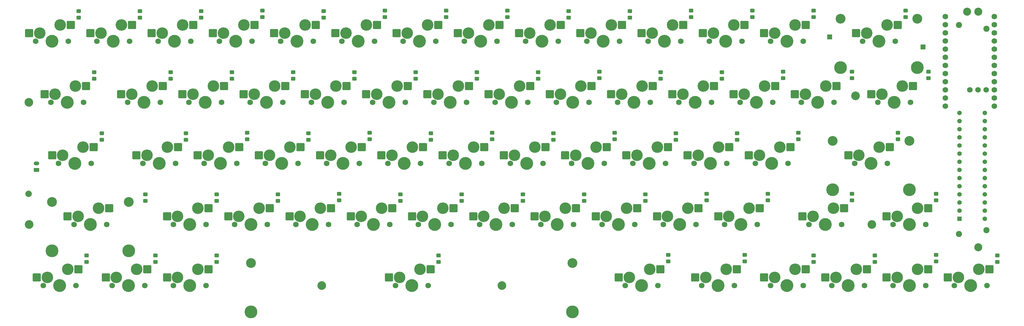
<source format=gbr>
%TF.GenerationSoftware,KiCad,Pcbnew,9.0.3*%
%TF.CreationDate,2025-07-28T21:16:55+07:00*%
%TF.ProjectId,DIY Bluetooth Mechanical Keyboard,44495920-426c-4756-9574-6f6f7468204d,rev?*%
%TF.SameCoordinates,Original*%
%TF.FileFunction,Soldermask,Bot*%
%TF.FilePolarity,Negative*%
%FSLAX46Y46*%
G04 Gerber Fmt 4.6, Leading zero omitted, Abs format (unit mm)*
G04 Created by KiCad (PCBNEW 9.0.3) date 2025-07-28 21:16:55*
%MOMM*%
%LPD*%
G01*
G04 APERTURE LIST*
G04 Aperture macros list*
%AMRoundRect*
0 Rectangle with rounded corners*
0 $1 Rounding radius*
0 $2 $3 $4 $5 $6 $7 $8 $9 X,Y pos of 4 corners*
0 Add a 4 corners polygon primitive as box body*
4,1,4,$2,$3,$4,$5,$6,$7,$8,$9,$2,$3,0*
0 Add four circle primitives for the rounded corners*
1,1,$1+$1,$2,$3*
1,1,$1+$1,$4,$5*
1,1,$1+$1,$6,$7*
1,1,$1+$1,$8,$9*
0 Add four rect primitives between the rounded corners*
20,1,$1+$1,$2,$3,$4,$5,0*
20,1,$1+$1,$4,$5,$6,$7,0*
20,1,$1+$1,$6,$7,$8,$9,0*
20,1,$1+$1,$8,$9,$2,$3,0*%
G04 Aperture macros list end*
%ADD10RoundRect,0.250000X-1.025000X-1.000000X1.025000X-1.000000X1.025000X1.000000X-1.025000X1.000000X0*%
%ADD11C,1.750000*%
%ADD12C,4.000000*%
%ADD13C,3.600000*%
%ADD14C,3.048000*%
%ADD15C,3.987800*%
%ADD16C,1.900000*%
%ADD17C,2.500000*%
%ADD18C,2.700000*%
%ADD19RoundRect,0.250000X-0.450000X0.325000X-0.450000X-0.325000X0.450000X-0.325000X0.450000X0.325000X0*%
%ADD20R,1.500000X1.500000*%
%ADD21RoundRect,0.102000X-0.615000X-0.615000X0.615000X-0.615000X0.615000X0.615000X-0.615000X0.615000X0*%
%ADD22C,1.434000*%
%ADD23C,2.000000*%
%ADD24C,1.752600*%
%ADD25RoundRect,0.250000X0.625000X-0.350000X0.625000X0.350000X-0.625000X0.350000X-0.625000X-0.350000X0*%
%ADD26O,1.750000X1.200000*%
G04 APERTURE END LIST*
D10*
%TO.C,SW13*%
X98375800Y-175869600D03*
D11*
X100380800Y-178409600D03*
D12*
X105460800Y-178409600D03*
D11*
X110540800Y-178409600D03*
D10*
X111302800Y-173329600D03*
D13*
X101650800Y-175869600D03*
X108000800Y-173329600D03*
%TD*%
D10*
%TO.C,SW38*%
X212675800Y-156819600D03*
D11*
X214680800Y-159359600D03*
D12*
X219760800Y-159359600D03*
D11*
X224840800Y-159359600D03*
D10*
X225602800Y-154279600D03*
D13*
X215950800Y-156819600D03*
X222300800Y-154279600D03*
%TD*%
D10*
%TO.C,SW19*%
X141238300Y-118719600D03*
D11*
X143243300Y-121259600D03*
D12*
X148323300Y-121259600D03*
D11*
X153403300Y-121259600D03*
D10*
X154165300Y-116179600D03*
D13*
X144513300Y-118719600D03*
X150863300Y-116179600D03*
%TD*%
D10*
%TO.C,SW49*%
X274588300Y-118719600D03*
D11*
X276593300Y-121259600D03*
D12*
X281673300Y-121259600D03*
D11*
X286753300Y-121259600D03*
D10*
X287515300Y-116179600D03*
D13*
X277863300Y-118719600D03*
X284213300Y-116179600D03*
%TD*%
D14*
%TO.C,SW65*%
X305454050Y-133324600D03*
D15*
X305454050Y-148534600D03*
D14*
X329330050Y-133324600D03*
D15*
X329330050Y-148534600D03*
%TD*%
D10*
%TO.C,SW36*%
X217438300Y-118719600D03*
D11*
X219443300Y-121259600D03*
D12*
X224523300Y-121259600D03*
D11*
X229603300Y-121259600D03*
D10*
X230365300Y-116179600D03*
D13*
X220713300Y-118719600D03*
X227063300Y-116179600D03*
%TD*%
D10*
%TO.C,SW58*%
X312688300Y-99669600D03*
D11*
X314693300Y-102209600D03*
D12*
X319773300Y-102209600D03*
D11*
X324853300Y-102209600D03*
D10*
X325615300Y-97129600D03*
D13*
X315963300Y-99669600D03*
X322313300Y-97129600D03*
%TD*%
D10*
%TO.C,SW40*%
X236488300Y-118719600D03*
D11*
X238493300Y-121259600D03*
D12*
X243573300Y-121259600D03*
D11*
X248653300Y-121259600D03*
D10*
X249415300Y-116179600D03*
D13*
X239763300Y-118719600D03*
X246113300Y-116179600D03*
%TD*%
D10*
%TO.C,SW10*%
X103138300Y-118719600D03*
D11*
X105143300Y-121259600D03*
D12*
X110223300Y-121259600D03*
D11*
X115303300Y-121259600D03*
D10*
X116065300Y-116179600D03*
D13*
X106413300Y-118719600D03*
X112763300Y-116179600D03*
%TD*%
D14*
%TO.C,SW66*%
X307835300Y-95224600D03*
D15*
X307835300Y-110434600D03*
D14*
X331711300Y-95224600D03*
D15*
X331711300Y-110434600D03*
%TD*%
D10*
%TO.C,SW2*%
X60275800Y-118719600D03*
D11*
X62280800Y-121259600D03*
D12*
X67360800Y-121259600D03*
D11*
X72440800Y-121259600D03*
D10*
X73202800Y-116179600D03*
D13*
X63550800Y-118719600D03*
X69900800Y-116179600D03*
%TD*%
D10*
%TO.C,SW27*%
X179338300Y-118719600D03*
D11*
X181343300Y-121259600D03*
D12*
X186423300Y-121259600D03*
D11*
X191503300Y-121259600D03*
D10*
X192265300Y-116179600D03*
D13*
X182613300Y-118719600D03*
X188963300Y-116179600D03*
%TD*%
D16*
%TO.C,RV1*%
X344729550Y-97153350D03*
X344729550Y-162353350D03*
X353229550Y-98353350D03*
X353229550Y-161153350D03*
D17*
X350729550Y-93003350D03*
X347229550Y-93003350D03*
X350729550Y-166503350D03*
%TD*%
D10*
%TO.C,SW21*%
X136475800Y-156819600D03*
D11*
X138480800Y-159359600D03*
D12*
X143560800Y-159359600D03*
D11*
X148640800Y-159359600D03*
D10*
X149402800Y-154279600D03*
D13*
X139750800Y-156819600D03*
X146100800Y-154279600D03*
%TD*%
D10*
%TO.C,SW60*%
X310307050Y-137769600D03*
D11*
X312312050Y-140309600D03*
D12*
X317392050Y-140309600D03*
D11*
X322472050Y-140309600D03*
D10*
X323234050Y-135229600D03*
D13*
X313582050Y-137769600D03*
X319932050Y-135229600D03*
%TD*%
D18*
%TO.C,H5*%
X317604550Y-159359600D03*
%TD*%
D10*
%TO.C,SW32*%
X184100800Y-137769600D03*
D11*
X186105800Y-140309600D03*
D12*
X191185800Y-140309600D03*
D11*
X196265800Y-140309600D03*
D10*
X197027800Y-135229600D03*
D13*
X187375800Y-137769600D03*
X193725800Y-135229600D03*
%TD*%
D10*
%TO.C,SW61*%
X303163300Y-175869600D03*
D11*
X305168300Y-178409600D03*
D12*
X310248300Y-178409600D03*
D11*
X315328300Y-178409600D03*
D10*
X316090300Y-173329600D03*
D13*
X306438300Y-175869600D03*
X312788300Y-173329600D03*
%TD*%
D10*
%TO.C,SW17*%
X117425800Y-156819600D03*
D11*
X119430800Y-159359600D03*
D12*
X124510800Y-159359600D03*
D11*
X129590800Y-159359600D03*
D10*
X130352800Y-154279600D03*
D13*
X120700800Y-156819600D03*
X127050800Y-154279600D03*
%TD*%
D10*
%TO.C,SW5*%
X57894550Y-175869600D03*
D11*
X59899550Y-178409600D03*
D12*
X64979550Y-178409600D03*
D11*
X70059550Y-178409600D03*
D10*
X70821550Y-173329600D03*
D13*
X61169550Y-175869600D03*
X67519550Y-173329600D03*
%TD*%
D10*
%TO.C,SW12*%
X98375800Y-156819600D03*
D11*
X100380800Y-159359600D03*
D12*
X105460800Y-159359600D03*
D11*
X110540800Y-159359600D03*
D10*
X111302800Y-154279600D03*
D13*
X101650800Y-156819600D03*
X108000800Y-154279600D03*
%TD*%
D10*
%TO.C,SW7*%
X84088300Y-118719600D03*
D11*
X86093300Y-121259600D03*
D12*
X91173300Y-121259600D03*
D11*
X96253300Y-121259600D03*
D10*
X97015300Y-116179600D03*
D13*
X87363300Y-118719600D03*
X93713300Y-116179600D03*
%TD*%
D10*
%TO.C,SW56*%
X296019550Y-156819600D03*
D11*
X298024550Y-159359600D03*
D12*
X303104550Y-159359600D03*
D11*
X308184550Y-159359600D03*
D10*
X308946550Y-154279600D03*
D13*
X299294550Y-156819600D03*
X305644550Y-154279600D03*
%TD*%
D10*
%TO.C,SW4*%
X67419550Y-156819600D03*
D11*
X69424550Y-159359600D03*
D12*
X74504550Y-159359600D03*
D11*
X79584550Y-159359600D03*
D10*
X80346550Y-154279600D03*
D13*
X70694550Y-156819600D03*
X77044550Y-154279600D03*
%TD*%
D10*
%TO.C,SW6*%
X74563300Y-99669600D03*
D11*
X76568300Y-102209600D03*
D12*
X81648300Y-102209600D03*
D11*
X86728300Y-102209600D03*
D10*
X87490300Y-97129600D03*
D13*
X77838300Y-99669600D03*
X84188300Y-97129600D03*
%TD*%
D10*
%TO.C,SW35*%
X207913300Y-99669600D03*
D11*
X209918300Y-102209600D03*
D12*
X214998300Y-102209600D03*
D11*
X220078300Y-102209600D03*
D10*
X220840300Y-97129600D03*
D13*
X211188300Y-99669600D03*
X217538300Y-97129600D03*
%TD*%
D10*
%TO.C,SW43*%
X246013300Y-99669600D03*
D11*
X248018300Y-102209600D03*
D12*
X253098300Y-102209600D03*
D11*
X258178300Y-102209600D03*
D10*
X258940300Y-97129600D03*
D13*
X249288300Y-99669600D03*
X255638300Y-97129600D03*
%TD*%
D10*
%TO.C,SW53*%
X284113300Y-99669600D03*
D11*
X286118300Y-102209600D03*
D12*
X291198300Y-102209600D03*
D11*
X296278300Y-102209600D03*
D10*
X297040300Y-97129600D03*
D13*
X287388300Y-99669600D03*
X293738300Y-97129600D03*
%TD*%
D10*
%TO.C,SW46*%
X250775800Y-156819600D03*
D11*
X252780800Y-159359600D03*
D12*
X257860800Y-159359600D03*
D11*
X262940800Y-159359600D03*
D10*
X263702800Y-154279600D03*
D13*
X254050800Y-156819600D03*
X260400800Y-154279600D03*
%TD*%
D10*
%TO.C,SW18*%
X131713300Y-99669600D03*
D11*
X133718300Y-102209600D03*
D12*
X138798300Y-102209600D03*
D11*
X143878300Y-102209600D03*
D10*
X144640300Y-97129600D03*
D13*
X134988300Y-99669600D03*
X141338300Y-97129600D03*
%TD*%
D18*
%TO.C,H4*%
X55360800Y-121259600D03*
%TD*%
D10*
%TO.C,SW47*%
X238869550Y-175869600D03*
D11*
X240874550Y-178409600D03*
D12*
X245954550Y-178409600D03*
D11*
X251034550Y-178409600D03*
D10*
X251796550Y-173329600D03*
D13*
X242144550Y-175869600D03*
X248494550Y-173329600D03*
%TD*%
D10*
%TO.C,SW14*%
X112663300Y-99669600D03*
D11*
X114668300Y-102209600D03*
D12*
X119748300Y-102209600D03*
D11*
X124828300Y-102209600D03*
D10*
X125590300Y-97129600D03*
D13*
X115938300Y-99669600D03*
X122288300Y-97129600D03*
%TD*%
D10*
%TO.C,SW23*%
X160288300Y-118719600D03*
D11*
X162293300Y-121259600D03*
D12*
X167373300Y-121259600D03*
D11*
X172453300Y-121259600D03*
D10*
X173215300Y-116179600D03*
D13*
X163563300Y-118719600D03*
X169913300Y-116179600D03*
%TD*%
D10*
%TO.C,SW24*%
X146000800Y-137769600D03*
D11*
X148005800Y-140309600D03*
D12*
X153085800Y-140309600D03*
D11*
X158165800Y-140309600D03*
D10*
X158927800Y-135229600D03*
D13*
X149275800Y-137769600D03*
X155625800Y-135229600D03*
%TD*%
D10*
%TO.C,SW22*%
X150763300Y-99669600D03*
D11*
X152768300Y-102209600D03*
D12*
X157848300Y-102209600D03*
D11*
X162928300Y-102209600D03*
D10*
X163690300Y-97129600D03*
D13*
X154038300Y-99669600D03*
X160388300Y-97129600D03*
%TD*%
D18*
%TO.C,H3*%
X55454550Y-159359600D03*
%TD*%
D10*
%TO.C,SW50*%
X260300800Y-137769600D03*
D11*
X262305800Y-140309600D03*
D12*
X267385800Y-140309600D03*
D11*
X272465800Y-140309600D03*
D10*
X273227800Y-135229600D03*
D13*
X263575800Y-137769600D03*
X269925800Y-135229600D03*
%TD*%
D10*
%TO.C,SW44*%
X255538300Y-118719600D03*
D11*
X257543300Y-121259600D03*
D12*
X262623300Y-121259600D03*
D11*
X267703300Y-121259600D03*
D10*
X268465300Y-116179600D03*
D13*
X258813300Y-118719600D03*
X265163300Y-116179600D03*
%TD*%
D10*
%TO.C,SW62*%
X322213300Y-156819600D03*
D11*
X324218300Y-159359600D03*
D12*
X329298300Y-159359600D03*
D11*
X334378300Y-159359600D03*
D10*
X335140300Y-154279600D03*
D13*
X325488300Y-156819600D03*
X331838300Y-154279600D03*
%TD*%
D10*
%TO.C,SW37*%
X203150800Y-137769600D03*
D11*
X205155800Y-140309600D03*
D12*
X210235800Y-140309600D03*
D11*
X215315800Y-140309600D03*
D10*
X216077800Y-135229600D03*
D13*
X206425800Y-137769600D03*
X212775800Y-135229600D03*
%TD*%
D10*
%TO.C,SW52*%
X262682050Y-175869600D03*
D11*
X264687050Y-178409600D03*
D12*
X269767050Y-178409600D03*
D11*
X274847050Y-178409600D03*
D10*
X275609050Y-173329600D03*
D13*
X265957050Y-175869600D03*
X272307050Y-173329600D03*
%TD*%
D10*
%TO.C,SW20*%
X126950800Y-137769600D03*
D11*
X128955800Y-140309600D03*
D12*
X134035800Y-140309600D03*
D11*
X139115800Y-140309600D03*
D10*
X139877800Y-135229600D03*
D13*
X130225800Y-137769600D03*
X136575800Y-135229600D03*
%TD*%
D10*
%TO.C,SW54*%
X293638300Y-118719600D03*
D11*
X295643300Y-121259600D03*
D12*
X300723300Y-121259600D03*
D11*
X305803300Y-121259600D03*
D10*
X306565300Y-116179600D03*
D13*
X296913300Y-118719600D03*
X303263300Y-116179600D03*
%TD*%
D10*
%TO.C,SW26*%
X169813300Y-99669600D03*
D11*
X171818300Y-102209600D03*
D12*
X176898300Y-102209600D03*
D11*
X181978300Y-102209600D03*
D10*
X182740300Y-97129600D03*
D13*
X173088300Y-99669600D03*
X179438300Y-97129600D03*
%TD*%
D10*
%TO.C,SW55*%
X279350800Y-137769600D03*
D11*
X281355800Y-140309600D03*
D12*
X286435800Y-140309600D03*
D11*
X291515800Y-140309600D03*
D10*
X292277800Y-135229600D03*
D13*
X282625800Y-137769600D03*
X288975800Y-135229600D03*
%TD*%
D14*
%TO.C,SW67*%
X62566550Y-152374600D03*
D15*
X62566550Y-167584600D03*
D14*
X86442550Y-152374600D03*
D15*
X86442550Y-167584600D03*
%TD*%
D14*
%TO.C,SW68*%
X124517050Y-171424600D03*
D15*
X124517050Y-186634600D03*
D14*
X224517050Y-171424600D03*
D15*
X224517050Y-186634600D03*
%TD*%
D10*
%TO.C,SW41*%
X222200800Y-137769600D03*
D11*
X224205800Y-140309600D03*
D12*
X229285800Y-140309600D03*
D11*
X234365800Y-140309600D03*
D10*
X235127800Y-135229600D03*
D13*
X225475800Y-137769600D03*
X231825800Y-135229600D03*
%TD*%
D10*
%TO.C,SW45*%
X241250800Y-137769600D03*
D11*
X243255800Y-140309600D03*
D12*
X248335800Y-140309600D03*
D11*
X253415800Y-140309600D03*
D10*
X254177800Y-135229600D03*
D13*
X244525800Y-137769600D03*
X250875800Y-135229600D03*
%TD*%
D10*
%TO.C,SW30*%
X188863300Y-99669600D03*
D11*
X190868300Y-102209600D03*
D12*
X195948300Y-102209600D03*
D11*
X201028300Y-102209600D03*
D10*
X201790300Y-97129600D03*
D13*
X192138300Y-99669600D03*
X198488300Y-97129600D03*
%TD*%
D10*
%TO.C,SW28*%
X165050800Y-137769600D03*
D11*
X167055800Y-140309600D03*
D12*
X172135800Y-140309600D03*
D11*
X177215800Y-140309600D03*
D10*
X177977800Y-135229600D03*
D13*
X168325800Y-137769600D03*
X174675800Y-135229600D03*
%TD*%
D18*
%TO.C,H2*%
X202517050Y-178409600D03*
%TD*%
D10*
%TO.C,SW15*%
X122188300Y-118719600D03*
D11*
X124193300Y-121259600D03*
D12*
X129273300Y-121259600D03*
D11*
X134353300Y-121259600D03*
D10*
X135115300Y-116179600D03*
D13*
X125463300Y-118719600D03*
X131813300Y-116179600D03*
%TD*%
D10*
%TO.C,SW64*%
X341263300Y-175869600D03*
D11*
X343268300Y-178409600D03*
D12*
X348348300Y-178409600D03*
D11*
X353428300Y-178409600D03*
D10*
X354190300Y-173329600D03*
D13*
X344538300Y-175869600D03*
X350888300Y-173329600D03*
%TD*%
D10*
%TO.C,SW31*%
X198388300Y-118719600D03*
D11*
X200393300Y-121259600D03*
D12*
X205473300Y-121259600D03*
D11*
X210553300Y-121259600D03*
D10*
X211315300Y-116179600D03*
D13*
X201663300Y-118719600D03*
X208013300Y-116179600D03*
%TD*%
D10*
%TO.C,SW16*%
X107900800Y-137769600D03*
D11*
X109905800Y-140309600D03*
D12*
X114985800Y-140309600D03*
D11*
X120065800Y-140309600D03*
D10*
X120827800Y-135229600D03*
D13*
X111175800Y-137769600D03*
X117525800Y-135229600D03*
%TD*%
D10*
%TO.C,SW3*%
X62657050Y-137769600D03*
D11*
X64662050Y-140309600D03*
D12*
X69742050Y-140309600D03*
D11*
X74822050Y-140309600D03*
D10*
X75584050Y-135229600D03*
D13*
X65932050Y-137769600D03*
X72282050Y-135229600D03*
%TD*%
D10*
%TO.C,SW33*%
X193625800Y-156819600D03*
D11*
X195630800Y-159359600D03*
D12*
X200710800Y-159359600D03*
D11*
X205790800Y-159359600D03*
D10*
X206552800Y-154279600D03*
D13*
X196900800Y-156819600D03*
X203250800Y-154279600D03*
%TD*%
D10*
%TO.C,SW59*%
X317450800Y-118719600D03*
D11*
X319455800Y-121259600D03*
D12*
X324535800Y-121259600D03*
D11*
X329615800Y-121259600D03*
D10*
X330377800Y-116179600D03*
D13*
X320725800Y-118719600D03*
X327075800Y-116179600D03*
%TD*%
D10*
%TO.C,SW63*%
X322213300Y-175869600D03*
D11*
X324218300Y-178409600D03*
D12*
X329298300Y-178409600D03*
D11*
X334378300Y-178409600D03*
D10*
X335140300Y-173329600D03*
D13*
X325488300Y-175869600D03*
X331838300Y-173329600D03*
%TD*%
D10*
%TO.C,SW34*%
X167432050Y-175869600D03*
D11*
X169437050Y-178409600D03*
D12*
X174517050Y-178409600D03*
D11*
X179597050Y-178409600D03*
D10*
X180359050Y-173329600D03*
D13*
X170707050Y-175869600D03*
X177057050Y-173329600D03*
%TD*%
D10*
%TO.C,SW11*%
X88850800Y-137769600D03*
D11*
X90855800Y-140309600D03*
D12*
X95935800Y-140309600D03*
D11*
X101015800Y-140309600D03*
D10*
X101777800Y-135229600D03*
D13*
X92125800Y-137769600D03*
X98475800Y-135229600D03*
%TD*%
D10*
%TO.C,SW9*%
X93613300Y-99669600D03*
D11*
X95618300Y-102209600D03*
D12*
X100698300Y-102209600D03*
D11*
X105778300Y-102209600D03*
D10*
X106540300Y-97129600D03*
D13*
X96888300Y-99669600D03*
X103238300Y-97129600D03*
%TD*%
D10*
%TO.C,SW42*%
X231725800Y-156819600D03*
D11*
X233730800Y-159359600D03*
D12*
X238810800Y-159359600D03*
D11*
X243890800Y-159359600D03*
D10*
X244652800Y-154279600D03*
D13*
X235000800Y-156819600D03*
X241350800Y-154279600D03*
%TD*%
D10*
%TO.C,SW51*%
X269825800Y-156819600D03*
D11*
X271830800Y-159359600D03*
D12*
X276910800Y-159359600D03*
D11*
X281990800Y-159359600D03*
D10*
X282752800Y-154279600D03*
D13*
X273100800Y-156819600D03*
X279450800Y-154279600D03*
%TD*%
D10*
%TO.C,SW8*%
X79325800Y-175869600D03*
D11*
X81330800Y-178409600D03*
D12*
X86410800Y-178409600D03*
D11*
X91490800Y-178409600D03*
D10*
X92252800Y-173329600D03*
D13*
X82600800Y-175869600D03*
X88950800Y-173329600D03*
%TD*%
D18*
%TO.C,H1*%
X146517050Y-178409600D03*
%TD*%
D10*
%TO.C,SW39*%
X226963300Y-99669600D03*
D11*
X228968300Y-102209600D03*
D12*
X234048300Y-102209600D03*
D11*
X239128300Y-102209600D03*
D10*
X239890300Y-97129600D03*
D13*
X230238300Y-99669600D03*
X236588300Y-97129600D03*
%TD*%
D10*
%TO.C,SW48*%
X265063300Y-99669600D03*
D11*
X267068300Y-102209600D03*
D12*
X272148300Y-102209600D03*
D11*
X277228300Y-102209600D03*
D10*
X277990300Y-97129600D03*
D13*
X268338300Y-99669600D03*
X274688300Y-97129600D03*
%TD*%
D10*
%TO.C,SW57*%
X284113300Y-175869600D03*
D11*
X286118300Y-178409600D03*
D12*
X291198300Y-178409600D03*
D11*
X296278300Y-178409600D03*
D10*
X297040300Y-173329600D03*
D13*
X287388300Y-175869600D03*
X293738300Y-173329600D03*
%TD*%
D10*
%TO.C,SW29*%
X174575800Y-156819600D03*
D11*
X176580800Y-159359600D03*
D12*
X181660800Y-159359600D03*
D11*
X186740800Y-159359600D03*
D10*
X187502800Y-154279600D03*
D13*
X177850800Y-156819600D03*
X184200800Y-154279600D03*
%TD*%
D10*
%TO.C,SW25*%
X155525800Y-156819600D03*
D11*
X157530800Y-159359600D03*
D12*
X162610800Y-159359600D03*
D11*
X167690800Y-159359600D03*
D10*
X168452800Y-154279600D03*
D13*
X158800800Y-156819600D03*
X165150800Y-154279600D03*
%TD*%
D18*
%TO.C,H6*%
X312535800Y-119259600D03*
%TD*%
D10*
%TO.C,SW1*%
X55513300Y-99669600D03*
D11*
X57518300Y-102209600D03*
D12*
X62598300Y-102209600D03*
D11*
X67678300Y-102209600D03*
D10*
X68440300Y-97129600D03*
D13*
X58788300Y-99669600D03*
X65138300Y-97129600D03*
%TD*%
D19*
%TO.C,D57*%
X299532675Y-169050225D03*
X299532675Y-171100225D03*
%TD*%
%TO.C,D62*%
X337632675Y-149834600D03*
X337632675Y-151884600D03*
%TD*%
%TO.C,D60*%
X325726425Y-130784600D03*
X325726425Y-132834600D03*
%TD*%
%TO.C,D33*%
X209045175Y-150000225D03*
X209045175Y-152050225D03*
%TD*%
%TO.C,D2*%
X75695175Y-111900225D03*
X75695175Y-113950225D03*
%TD*%
%TO.C,D43*%
X261432675Y-92684600D03*
X261432675Y-94734600D03*
%TD*%
%TO.C,D63*%
X337632675Y-168884600D03*
X337632675Y-170934600D03*
%TD*%
%TO.C,D26*%
X185232675Y-92684600D03*
X185232675Y-94734600D03*
%TD*%
%TO.C,D17*%
X132845175Y-150000225D03*
X132845175Y-152050225D03*
%TD*%
D20*
%TO.C,RESET*%
X333500000Y-104050000D03*
%TD*%
D19*
%TO.C,D52*%
X278101425Y-168884600D03*
X278101425Y-170934600D03*
%TD*%
%TO.C,D36*%
X232857675Y-111734600D03*
X232857675Y-113784600D03*
%TD*%
%TO.C,D30*%
X204282675Y-92684600D03*
X204282675Y-94734600D03*
%TD*%
%TO.C,D59*%
X335251425Y-111734600D03*
X335251425Y-113784600D03*
%TD*%
%TO.C,D54*%
X311438925Y-111734600D03*
X311438925Y-113784600D03*
%TD*%
D21*
%TO.C,U3*%
X344880000Y-157650000D03*
D22*
X344880000Y-155110000D03*
X344880000Y-152570000D03*
X344880000Y-150030000D03*
X344880000Y-147490000D03*
X344880000Y-144950000D03*
X344880000Y-142410000D03*
X344880000Y-139870000D03*
X344880000Y-137330000D03*
X344880000Y-134790000D03*
X344880000Y-132250000D03*
X344880000Y-129710000D03*
X344880000Y-127170000D03*
X344880000Y-124630000D03*
X352750000Y-124630000D03*
X352750000Y-127170000D03*
X352750000Y-129710000D03*
X352750000Y-132250000D03*
X352750000Y-134790000D03*
X352750000Y-137330000D03*
X352750000Y-139870000D03*
X352750000Y-142410000D03*
X352750000Y-144950000D03*
X352750000Y-147490000D03*
X352750000Y-150030000D03*
X352750000Y-152570000D03*
X352750000Y-155110000D03*
X352750000Y-157650000D03*
%TD*%
D19*
%TO.C,D13*%
X113795175Y-169050225D03*
X113795175Y-171100225D03*
%TD*%
%TO.C,D41*%
X237620175Y-130784600D03*
X237620175Y-132834600D03*
%TD*%
%TO.C,D7*%
X99507675Y-111900225D03*
X99507675Y-113950225D03*
%TD*%
%TO.C,D37*%
X218570175Y-130950225D03*
X218570175Y-133000225D03*
%TD*%
%TO.C,D4*%
X91662250Y-149997050D03*
X91662250Y-152047050D03*
%TD*%
D23*
%TO.C,GND*%
X55350000Y-149850000D03*
%TD*%
D19*
%TO.C,D28*%
X180470175Y-130950225D03*
X180470175Y-133000225D03*
%TD*%
%TO.C,D27*%
X194757675Y-111900225D03*
X194757675Y-113950225D03*
%TD*%
%TO.C,D53*%
X299532675Y-92684600D03*
X299532675Y-94734600D03*
%TD*%
%TO.C,D42*%
X247145175Y-150000225D03*
X247145175Y-152050225D03*
%TD*%
%TO.C,D16*%
X123320175Y-130784600D03*
X123320175Y-132834600D03*
%TD*%
%TO.C,D20*%
X142370175Y-130950225D03*
X142370175Y-133000225D03*
%TD*%
%TO.C,D8*%
X94745175Y-169050225D03*
X94745175Y-171100225D03*
%TD*%
%TO.C,D48*%
X280482675Y-92684600D03*
X280482675Y-94734600D03*
%TD*%
D24*
%TO.C,U1*%
X355707050Y-94540850D03*
X355707050Y-97080850D03*
X355707050Y-99620850D03*
X355707050Y-102160850D03*
X355707050Y-104700850D03*
X355707050Y-107240850D03*
X355707050Y-109780850D03*
X355707050Y-112320850D03*
X355707050Y-114860850D03*
X355707050Y-117400850D03*
X355707050Y-119940850D03*
X355707050Y-122480850D03*
X340467050Y-122480850D03*
X340467050Y-119940850D03*
X340467050Y-117400850D03*
X340467050Y-114860850D03*
X340467050Y-112320850D03*
X340467050Y-109780850D03*
X340467050Y-107240850D03*
X340467050Y-104700850D03*
X340467050Y-102160850D03*
X340467050Y-99620850D03*
X340467050Y-97080850D03*
X340467050Y-94540850D03*
X353167050Y-117400850D03*
X350627050Y-117400850D03*
X348087050Y-117400850D03*
%TD*%
D19*
%TO.C,D46*%
X266195175Y-149834600D03*
X266195175Y-151884600D03*
%TD*%
%TO.C,D58*%
X328107675Y-92684600D03*
X328107675Y-94734600D03*
%TD*%
%TO.C,D49*%
X290007675Y-111734600D03*
X290007675Y-113784600D03*
%TD*%
%TO.C,D64*%
X356682675Y-169050225D03*
X356682675Y-171100225D03*
%TD*%
%TO.C,D50*%
X275720175Y-130950225D03*
X275720175Y-133000225D03*
%TD*%
%TO.C,D56*%
X311438925Y-149834600D03*
X311438925Y-151884600D03*
%TD*%
%TO.C,D40*%
X251907675Y-111900225D03*
X251907675Y-113950225D03*
%TD*%
%TO.C,D9*%
X109032675Y-92850225D03*
X109032675Y-94900225D03*
%TD*%
%TO.C,D10*%
X118557675Y-111900225D03*
X118557675Y-113950225D03*
%TD*%
%TO.C,D1*%
X70932675Y-92850225D03*
X70932675Y-94900225D03*
%TD*%
%TO.C,D34*%
X182851425Y-169050225D03*
X182851425Y-171100225D03*
%TD*%
%TO.C,D22*%
X166182675Y-92684600D03*
X166182675Y-94734600D03*
%TD*%
%TO.C,D21*%
X151895175Y-149834600D03*
X151895175Y-151884600D03*
%TD*%
D20*
%TO.C,GND*%
X304450000Y-100900000D03*
%TD*%
D19*
%TO.C,D12*%
X113795175Y-150000225D03*
X113795175Y-152050225D03*
%TD*%
%TO.C,D23*%
X175707675Y-111900225D03*
X175707675Y-113950225D03*
%TD*%
%TO.C,D15*%
X137607675Y-111900225D03*
X137607675Y-113950225D03*
%TD*%
%TO.C,D14*%
X128082675Y-92684600D03*
X128082675Y-94734600D03*
%TD*%
%TO.C,D51*%
X285245175Y-149834600D03*
X285245175Y-151884600D03*
%TD*%
%TO.C,D31*%
X213807675Y-111900225D03*
X213807675Y-113950225D03*
%TD*%
%TO.C,D45*%
X256670175Y-130950225D03*
X256670175Y-133000225D03*
%TD*%
%TO.C,D3*%
X78076425Y-130950225D03*
X78076425Y-133000225D03*
%TD*%
%TO.C,D6*%
X89982675Y-92850225D03*
X89982675Y-94900225D03*
%TD*%
%TO.C,D47*%
X254288925Y-168884600D03*
X254288925Y-170934600D03*
%TD*%
%TO.C,D38*%
X228095175Y-150000225D03*
X228095175Y-152050225D03*
%TD*%
%TO.C,D35*%
X223332675Y-92850225D03*
X223332675Y-94900225D03*
%TD*%
%TO.C,D11*%
X104270175Y-130950225D03*
X104270175Y-133000225D03*
%TD*%
%TO.C,D29*%
X189995175Y-150000225D03*
X189995175Y-152050225D03*
%TD*%
%TO.C,D24*%
X161420175Y-130784600D03*
X161420175Y-132834600D03*
%TD*%
%TO.C,D61*%
X318582675Y-169050225D03*
X318582675Y-171100225D03*
%TD*%
D25*
%TO.C,Battery*%
X57800000Y-142350000D03*
D26*
X57800000Y-140350000D03*
%TD*%
D19*
%TO.C,D39*%
X242382675Y-92850225D03*
X242382675Y-94900225D03*
%TD*%
%TO.C,D5*%
X73313925Y-169050225D03*
X73313925Y-171100225D03*
%TD*%
%TO.C,D25*%
X170945175Y-150000225D03*
X170945175Y-152050225D03*
%TD*%
%TO.C,D18*%
X147132675Y-92850225D03*
X147132675Y-94900225D03*
%TD*%
%TO.C,D32*%
X199520175Y-130784600D03*
X199520175Y-132834600D03*
%TD*%
%TO.C,D55*%
X294770175Y-130784600D03*
X294770175Y-132834600D03*
%TD*%
%TO.C,D19*%
X156657675Y-111900225D03*
X156657675Y-113950225D03*
%TD*%
%TO.C,D44*%
X270957675Y-111900225D03*
X270957675Y-113950225D03*
%TD*%
M02*

</source>
